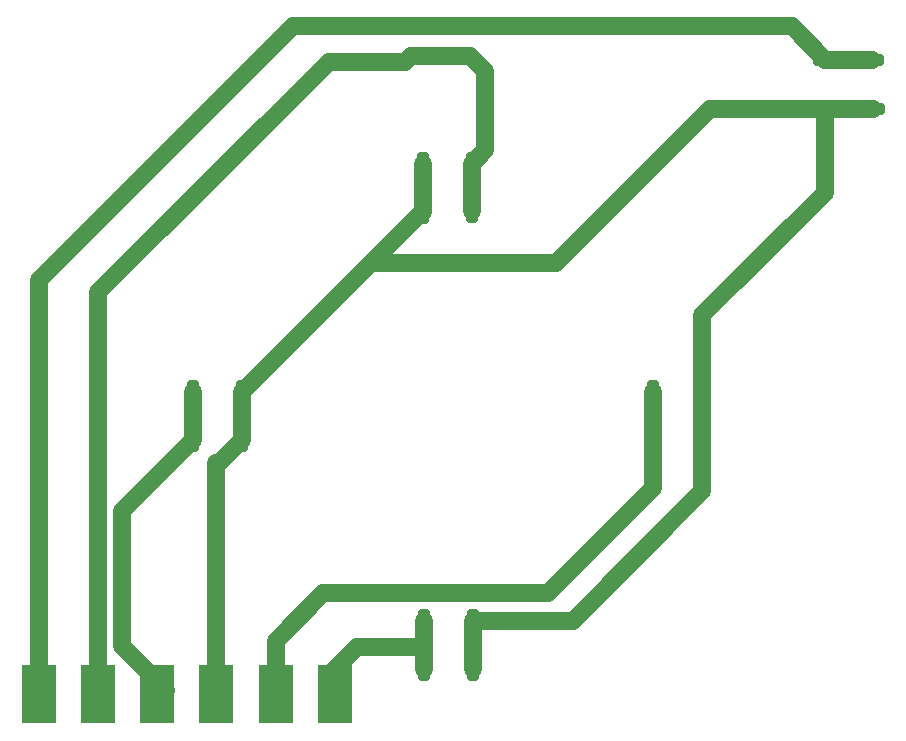
<source format=gbr>
%TF.GenerationSoftware,KiCad,Pcbnew,6.0.2+dfsg-1*%
%TF.CreationDate,2022-10-25T21:13:58-07:00*%
%TF.ProjectId,CX40-Replacement,43583430-2d52-4657-906c-6163656d656e,rev?*%
%TF.SameCoordinates,Original*%
%TF.FileFunction,Copper,L1,Top*%
%TF.FilePolarity,Positive*%
%FSLAX46Y46*%
G04 Gerber Fmt 4.6, Leading zero omitted, Abs format (unit mm)*
G04 Created by KiCad (PCBNEW 6.0.2+dfsg-1) date 2022-10-25 21:13:58*
%MOMM*%
%LPD*%
G01*
G04 APERTURE LIST*
G04 Aperture macros list*
%AMRoundRect*
0 Rectangle with rounded corners*
0 $1 Rounding radius*
0 $2 $3 $4 $5 $6 $7 $8 $9 X,Y pos of 4 corners*
0 Add a 4 corners polygon primitive as box body*
4,1,4,$2,$3,$4,$5,$6,$7,$8,$9,$2,$3,0*
0 Add four circle primitives for the rounded corners*
1,1,$1+$1,$2,$3*
1,1,$1+$1,$4,$5*
1,1,$1+$1,$6,$7*
1,1,$1+$1,$8,$9*
0 Add four rect primitives between the rounded corners*
20,1,$1+$1,$2,$3,$4,$5,0*
20,1,$1+$1,$4,$5,$6,$7,0*
20,1,$1+$1,$6,$7,$8,$9,0*
20,1,$1+$1,$8,$9,$2,$3,0*%
G04 Aperture macros list end*
%TA.AperFunction,SMDPad,CuDef*%
%ADD10RoundRect,0.250000X-0.250000X0.750000X-0.250000X-0.750000X0.250000X-0.750000X0.250000X0.750000X0*%
%TD*%
%TA.AperFunction,SMDPad,CuDef*%
%ADD11RoundRect,0.250000X0.250000X-0.750000X0.250000X0.750000X-0.250000X0.750000X-0.250000X-0.750000X0*%
%TD*%
%TA.AperFunction,ConnectorPad*%
%ADD12R,3.000000X5.000000*%
%TD*%
%TA.AperFunction,SMDPad,CuDef*%
%ADD13RoundRect,0.250000X-0.750000X-0.250000X0.750000X-0.250000X0.750000X0.250000X-0.750000X0.250000X0*%
%TD*%
%TA.AperFunction,Conductor*%
%ADD14C,1.500000*%
%TD*%
G04 APERTURE END LIST*
D10*
%TO.P,L1,1,_*%
%TO.N,Net-(H0-Pad2)*%
X152100000Y-86625000D03*
X152100000Y-90625000D03*
%TO.P,L1,2,_*%
%TO.N,Net-(D1-Pad2)*%
X147950000Y-90675000D03*
X147950000Y-86625000D03*
%TD*%
D11*
%TO.P,U1,1,_*%
%TO.N,Net-(H0-Pad5)*%
X167500000Y-109975000D03*
X167500000Y-105975000D03*
%TO.P,U1,2,_*%
%TO.N,Net-(D1-Pad2)*%
X171650000Y-109975000D03*
X171650000Y-105925000D03*
%TD*%
D12*
%TO.P,H0,1,FIRE*%
%TO.N,Net-(F1-Pad1)*%
X115500000Y-131500000D03*
%TO.P,H0,2,LEFT*%
%TO.N,Net-(H0-Pad2)*%
X120500000Y-131500000D03*
%TO.P,H0,3,DOWN*%
%TO.N,Net-(D1-Pad1)*%
X125500000Y-131500000D03*
%TO.P,H0,4,+5V*%
%TO.N,Net-(D1-Pad2)*%
X130500000Y-131500000D03*
%TO.P,H0,5,UP*%
%TO.N,Net-(H0-Pad5)*%
X135500000Y-131500000D03*
%TO.P,H0,6,RIGHT*%
%TO.N,Net-(H0-Pad6)*%
X140500000Y-131500000D03*
%TD*%
D13*
%TO.P,F1,1,_*%
%TO.N,Net-(F1-Pad1)*%
X186000000Y-77800000D03*
X182000000Y-77800000D03*
%TO.P,F1,2,_*%
%TO.N,Net-(D1-Pad2)*%
X186050000Y-81950000D03*
X182000000Y-81950000D03*
%TD*%
D11*
%TO.P,D1,1,_*%
%TO.N,Net-(D1-Pad1)*%
X128500000Y-109975000D03*
X128500000Y-105975000D03*
%TO.P,D1,2,_*%
%TO.N,Net-(D1-Pad2)*%
X132650000Y-109975000D03*
X132650000Y-105925000D03*
%TD*%
%TO.P,R1,1,_*%
%TO.N,Net-(H0-Pad6)*%
X148100000Y-129375000D03*
X148100000Y-125375000D03*
%TO.P,R1,2,_*%
%TO.N,Net-(D1-Pad2)*%
X152250000Y-129375000D03*
X152250000Y-125325000D03*
%TD*%
D14*
%TO.N,Net-(H0-Pad5)*%
X135500000Y-127000000D02*
X139500000Y-123000000D01*
X135500000Y-131500000D02*
X135500000Y-127000000D01*
X167500000Y-114050000D02*
X158550000Y-123000000D01*
X167500000Y-109975000D02*
X167500000Y-114050000D01*
X139500000Y-123000000D02*
X158550000Y-123000000D01*
X167500000Y-105975000D02*
X167500000Y-109975000D01*
%TO.N,Net-(H0-Pad6)*%
X140500000Y-131500000D02*
X140500000Y-129439312D01*
X142439312Y-127500000D02*
X147900000Y-127500000D01*
X140500000Y-129439312D02*
X142439312Y-127500000D01*
X148100000Y-125375000D02*
X148100000Y-127300000D01*
X147900000Y-127500000D02*
X148100000Y-127300000D01*
X148100000Y-127300000D02*
X148100000Y-129375000D01*
%TO.N,Net-(D1-Pad1)*%
X122500000Y-116025000D02*
X128550000Y-109975000D01*
X128500000Y-109975000D02*
X128500000Y-105975000D01*
X126249980Y-131250020D02*
X126249980Y-131189292D01*
X122500000Y-127439312D02*
X122500000Y-116025000D01*
X125500000Y-131500000D02*
X126000000Y-131500000D01*
X126000000Y-131500000D02*
X126249980Y-131250020D01*
X126249980Y-131189292D02*
X122500000Y-127439312D01*
%TO.N,Net-(F1-Pad1)*%
X137000000Y-75000000D02*
X179200000Y-75000000D01*
X182000000Y-77800000D02*
X186000000Y-77800000D01*
X115500000Y-131500000D02*
X115500000Y-96500000D01*
X115500000Y-96500000D02*
X137000000Y-75000000D01*
X179200000Y-75000000D02*
X182000000Y-77800000D01*
%TO.N,Net-(H0-Pad2)*%
X153261863Y-85463137D02*
X152100000Y-86625000D01*
X147000000Y-77500000D02*
X152000000Y-77500000D01*
X140000000Y-78000000D02*
X146500000Y-78000000D01*
X120500000Y-131500000D02*
X120500000Y-97500000D01*
X153261863Y-78761863D02*
X153261863Y-85463137D01*
X120500000Y-97500000D02*
X140000000Y-78000000D01*
X152000000Y-77500000D02*
X153261863Y-78761863D01*
X152100000Y-86625000D02*
X152100000Y-90625000D01*
X146500000Y-78000000D02*
X147000000Y-77500000D01*
%TO.N,Net-(D1-Pad2)*%
X147900000Y-90675000D02*
X143587500Y-94987500D01*
X182000000Y-81950000D02*
X172250000Y-81950000D01*
X160675000Y-125325000D02*
X171650000Y-114350000D01*
X172250000Y-81950000D02*
X159212500Y-94987500D01*
X152250000Y-125325000D02*
X160675000Y-125325000D01*
X147950000Y-90675000D02*
X147900000Y-90675000D01*
X171650000Y-105925000D02*
X171650000Y-109975000D01*
X130500000Y-131500000D02*
X130500000Y-111980000D01*
X130500000Y-111980000D02*
X130695000Y-111980000D01*
X186050000Y-81950000D02*
X182000000Y-81950000D01*
X171650000Y-114350000D02*
X171650000Y-109975000D01*
X147950000Y-86625000D02*
X147950000Y-90675000D01*
X182000000Y-81950000D02*
X182000000Y-89116516D01*
X132650000Y-109975000D02*
X132650000Y-105925000D01*
X130695000Y-111980000D02*
X132700000Y-109975000D01*
X182000000Y-89116516D02*
X171650000Y-99466516D01*
X143587500Y-94987500D02*
X132650000Y-105925000D01*
X152250000Y-129375000D02*
X152250000Y-125325000D01*
X171650000Y-99466516D02*
X171650000Y-105925000D01*
X159212500Y-94987500D02*
X143587500Y-94987500D01*
%TD*%
M02*

</source>
